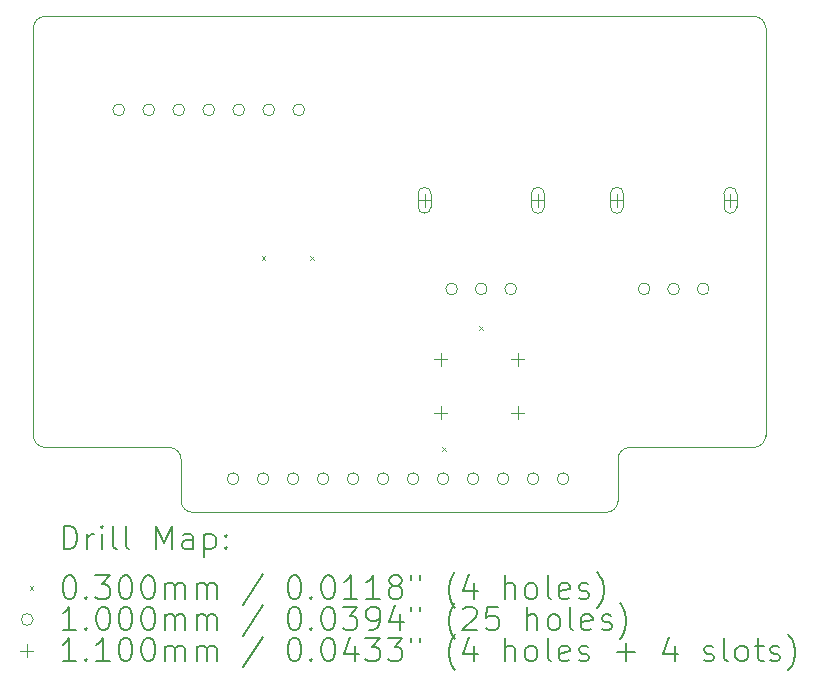
<source format=gbr>
%TF.GenerationSoftware,KiCad,Pcbnew,7.0.10*%
%TF.CreationDate,2024-01-29T09:48:29-06:00*%
%TF.ProjectId,oled_expander,6f6c6564-5f65-4787-9061-6e6465722e6b,1.1*%
%TF.SameCoordinates,Original*%
%TF.FileFunction,Drillmap*%
%TF.FilePolarity,Positive*%
%FSLAX45Y45*%
G04 Gerber Fmt 4.5, Leading zero omitted, Abs format (unit mm)*
G04 Created by KiCad (PCBNEW 7.0.10) date 2024-01-29 09:48:29*
%MOMM*%
%LPD*%
G01*
G04 APERTURE LIST*
%ADD10C,0.050000*%
%ADD11C,0.200000*%
%ADD12C,0.100000*%
%ADD13C,0.110000*%
G04 APERTURE END LIST*
D10*
X10224289Y-8874289D02*
G75*
G03*
X10324289Y-8774289I1J99999D01*
G01*
X10424289Y-8324289D02*
G75*
G03*
X10324289Y-8424289I1J-100001D01*
G01*
X11474289Y-8324289D02*
G75*
G03*
X11574289Y-8224289I1J99999D01*
G01*
X10324289Y-8424289D02*
X10324289Y-8774289D01*
X11474289Y-8324289D02*
X10424289Y-8324289D01*
X6624291Y-8774289D02*
G75*
G03*
X6724289Y-8874289I99999J-1D01*
G01*
X6624291Y-8424289D02*
G75*
G03*
X6524289Y-8324289I-100001J-1D01*
G01*
X5374291Y-8224289D02*
G75*
G03*
X5474289Y-8324289I99999J-1D01*
G01*
X6724289Y-8874289D02*
X6774289Y-8874289D01*
X6624289Y-8424289D02*
X6624289Y-8774289D01*
X5474289Y-8324289D02*
X6524289Y-8324289D01*
X10224289Y-8874289D02*
X6774289Y-8874289D01*
X5474289Y-4674289D02*
X11474289Y-4674289D01*
X5374289Y-8224289D02*
X5374289Y-4774289D01*
X11574291Y-4774289D02*
G75*
G03*
X11474289Y-4674289I-100001J-1D01*
G01*
X5474289Y-4674289D02*
G75*
G03*
X5374289Y-4774289I1J-100001D01*
G01*
X11574289Y-4774289D02*
X11574289Y-8224289D01*
D11*
D12*
X7309289Y-6704289D02*
X7339289Y-6734289D01*
X7339289Y-6704289D02*
X7309289Y-6734289D01*
X7719289Y-6704289D02*
X7749289Y-6734289D01*
X7749289Y-6704289D02*
X7719289Y-6734289D01*
X8834289Y-8324289D02*
X8864289Y-8354289D01*
X8864289Y-8324289D02*
X8834289Y-8354289D01*
X9149289Y-7299289D02*
X9179289Y-7329289D01*
X9179289Y-7299289D02*
X9149289Y-7329289D01*
X6147289Y-5466289D02*
G75*
G03*
X6047289Y-5466289I-50000J0D01*
G01*
X6047289Y-5466289D02*
G75*
G03*
X6147289Y-5466289I50000J0D01*
G01*
X6401289Y-5466289D02*
G75*
G03*
X6301289Y-5466289I-50000J0D01*
G01*
X6301289Y-5466289D02*
G75*
G03*
X6401289Y-5466289I50000J0D01*
G01*
X6655289Y-5466289D02*
G75*
G03*
X6555289Y-5466289I-50000J0D01*
G01*
X6555289Y-5466289D02*
G75*
G03*
X6655289Y-5466289I50000J0D01*
G01*
X6909289Y-5466289D02*
G75*
G03*
X6809289Y-5466289I-50000J0D01*
G01*
X6809289Y-5466289D02*
G75*
G03*
X6909289Y-5466289I50000J0D01*
G01*
X7115289Y-8589289D02*
G75*
G03*
X7015289Y-8589289I-50000J0D01*
G01*
X7015289Y-8589289D02*
G75*
G03*
X7115289Y-8589289I50000J0D01*
G01*
X7163289Y-5466289D02*
G75*
G03*
X7063289Y-5466289I-50000J0D01*
G01*
X7063289Y-5466289D02*
G75*
G03*
X7163289Y-5466289I50000J0D01*
G01*
X7369289Y-8589289D02*
G75*
G03*
X7269289Y-8589289I-50000J0D01*
G01*
X7269289Y-8589289D02*
G75*
G03*
X7369289Y-8589289I50000J0D01*
G01*
X7417289Y-5466289D02*
G75*
G03*
X7317289Y-5466289I-50000J0D01*
G01*
X7317289Y-5466289D02*
G75*
G03*
X7417289Y-5466289I50000J0D01*
G01*
X7623289Y-8589289D02*
G75*
G03*
X7523289Y-8589289I-50000J0D01*
G01*
X7523289Y-8589289D02*
G75*
G03*
X7623289Y-8589289I50000J0D01*
G01*
X7671289Y-5466289D02*
G75*
G03*
X7571289Y-5466289I-50000J0D01*
G01*
X7571289Y-5466289D02*
G75*
G03*
X7671289Y-5466289I50000J0D01*
G01*
X7877289Y-8589289D02*
G75*
G03*
X7777289Y-8589289I-50000J0D01*
G01*
X7777289Y-8589289D02*
G75*
G03*
X7877289Y-8589289I50000J0D01*
G01*
X8131289Y-8589289D02*
G75*
G03*
X8031289Y-8589289I-50000J0D01*
G01*
X8031289Y-8589289D02*
G75*
G03*
X8131289Y-8589289I50000J0D01*
G01*
X8385289Y-8589289D02*
G75*
G03*
X8285289Y-8589289I-50000J0D01*
G01*
X8285289Y-8589289D02*
G75*
G03*
X8385289Y-8589289I50000J0D01*
G01*
X8639289Y-8589289D02*
G75*
G03*
X8539289Y-8589289I-50000J0D01*
G01*
X8539289Y-8589289D02*
G75*
G03*
X8639289Y-8589289I50000J0D01*
G01*
X8893289Y-8589289D02*
G75*
G03*
X8793289Y-8589289I-50000J0D01*
G01*
X8793289Y-8589289D02*
G75*
G03*
X8893289Y-8589289I50000J0D01*
G01*
X8966000Y-6982289D02*
G75*
G03*
X8866000Y-6982289I-50000J0D01*
G01*
X8866000Y-6982289D02*
G75*
G03*
X8966000Y-6982289I50000J0D01*
G01*
X9147289Y-8589289D02*
G75*
G03*
X9047289Y-8589289I-50000J0D01*
G01*
X9047289Y-8589289D02*
G75*
G03*
X9147289Y-8589289I50000J0D01*
G01*
X9216000Y-6982289D02*
G75*
G03*
X9116000Y-6982289I-50000J0D01*
G01*
X9116000Y-6982289D02*
G75*
G03*
X9216000Y-6982289I50000J0D01*
G01*
X9401289Y-8589289D02*
G75*
G03*
X9301289Y-8589289I-50000J0D01*
G01*
X9301289Y-8589289D02*
G75*
G03*
X9401289Y-8589289I50000J0D01*
G01*
X9466000Y-6982289D02*
G75*
G03*
X9366000Y-6982289I-50000J0D01*
G01*
X9366000Y-6982289D02*
G75*
G03*
X9466000Y-6982289I50000J0D01*
G01*
X9655289Y-8589289D02*
G75*
G03*
X9555289Y-8589289I-50000J0D01*
G01*
X9555289Y-8589289D02*
G75*
G03*
X9655289Y-8589289I50000J0D01*
G01*
X9909289Y-8589289D02*
G75*
G03*
X9809289Y-8589289I-50000J0D01*
G01*
X9809289Y-8589289D02*
G75*
G03*
X9909289Y-8589289I50000J0D01*
G01*
X10595289Y-6982289D02*
G75*
G03*
X10495289Y-6982289I-50000J0D01*
G01*
X10495289Y-6982289D02*
G75*
G03*
X10595289Y-6982289I50000J0D01*
G01*
X10845289Y-6982289D02*
G75*
G03*
X10745289Y-6982289I-50000J0D01*
G01*
X10745289Y-6982289D02*
G75*
G03*
X10845289Y-6982289I50000J0D01*
G01*
X11095289Y-6982289D02*
G75*
G03*
X10995289Y-6982289I-50000J0D01*
G01*
X10995289Y-6982289D02*
G75*
G03*
X11095289Y-6982289I50000J0D01*
G01*
D13*
X8686000Y-6177289D02*
X8686000Y-6287289D01*
X8631000Y-6232289D02*
X8741000Y-6232289D01*
D12*
X8741000Y-6287289D02*
X8741000Y-6177289D01*
X8741000Y-6177289D02*
G75*
G03*
X8631000Y-6177289I-55000J0D01*
G01*
X8631000Y-6177289D02*
X8631000Y-6287289D01*
X8631000Y-6287289D02*
G75*
G03*
X8741000Y-6287289I55000J0D01*
G01*
D13*
X8824289Y-7524289D02*
X8824289Y-7634289D01*
X8769289Y-7579289D02*
X8879289Y-7579289D01*
X8824289Y-7974289D02*
X8824289Y-8084289D01*
X8769289Y-8029289D02*
X8879289Y-8029289D01*
X9474289Y-7524289D02*
X9474289Y-7634289D01*
X9419289Y-7579289D02*
X9529289Y-7579289D01*
X9474289Y-7974289D02*
X9474289Y-8084289D01*
X9419289Y-8029289D02*
X9529289Y-8029289D01*
X9646000Y-6177289D02*
X9646000Y-6287289D01*
X9591000Y-6232289D02*
X9701000Y-6232289D01*
D12*
X9701000Y-6287289D02*
X9701000Y-6177289D01*
X9701000Y-6177289D02*
G75*
G03*
X9591000Y-6177289I-55000J0D01*
G01*
X9591000Y-6177289D02*
X9591000Y-6287289D01*
X9591000Y-6287289D02*
G75*
G03*
X9701000Y-6287289I55000J0D01*
G01*
D13*
X10315289Y-6177289D02*
X10315289Y-6287289D01*
X10260289Y-6232289D02*
X10370289Y-6232289D01*
D12*
X10370289Y-6287289D02*
X10370289Y-6177289D01*
X10370289Y-6177289D02*
G75*
G03*
X10260289Y-6177289I-55000J0D01*
G01*
X10260289Y-6177289D02*
X10260289Y-6287289D01*
X10260289Y-6287289D02*
G75*
G03*
X10370289Y-6287289I55000J0D01*
G01*
D13*
X11275289Y-6177289D02*
X11275289Y-6287289D01*
X11220289Y-6232289D02*
X11330289Y-6232289D01*
D12*
X11330289Y-6287289D02*
X11330289Y-6177289D01*
X11330289Y-6177289D02*
G75*
G03*
X11220289Y-6177289I-55000J0D01*
G01*
X11220289Y-6177289D02*
X11220289Y-6287289D01*
X11220289Y-6287289D02*
G75*
G03*
X11330289Y-6287289I55000J0D01*
G01*
D11*
X5632566Y-9188273D02*
X5632566Y-8988273D01*
X5632566Y-8988273D02*
X5680185Y-8988273D01*
X5680185Y-8988273D02*
X5708757Y-8997797D01*
X5708757Y-8997797D02*
X5727804Y-9016845D01*
X5727804Y-9016845D02*
X5737328Y-9035892D01*
X5737328Y-9035892D02*
X5746852Y-9073987D01*
X5746852Y-9073987D02*
X5746852Y-9102559D01*
X5746852Y-9102559D02*
X5737328Y-9140654D01*
X5737328Y-9140654D02*
X5727804Y-9159702D01*
X5727804Y-9159702D02*
X5708757Y-9178749D01*
X5708757Y-9178749D02*
X5680185Y-9188273D01*
X5680185Y-9188273D02*
X5632566Y-9188273D01*
X5832566Y-9188273D02*
X5832566Y-9054940D01*
X5832566Y-9093035D02*
X5842090Y-9073987D01*
X5842090Y-9073987D02*
X5851614Y-9064464D01*
X5851614Y-9064464D02*
X5870661Y-9054940D01*
X5870661Y-9054940D02*
X5889709Y-9054940D01*
X5956376Y-9188273D02*
X5956376Y-9054940D01*
X5956376Y-8988273D02*
X5946852Y-8997797D01*
X5946852Y-8997797D02*
X5956376Y-9007321D01*
X5956376Y-9007321D02*
X5965899Y-8997797D01*
X5965899Y-8997797D02*
X5956376Y-8988273D01*
X5956376Y-8988273D02*
X5956376Y-9007321D01*
X6080185Y-9188273D02*
X6061137Y-9178749D01*
X6061137Y-9178749D02*
X6051614Y-9159702D01*
X6051614Y-9159702D02*
X6051614Y-8988273D01*
X6184947Y-9188273D02*
X6165899Y-9178749D01*
X6165899Y-9178749D02*
X6156376Y-9159702D01*
X6156376Y-9159702D02*
X6156376Y-8988273D01*
X6413518Y-9188273D02*
X6413518Y-8988273D01*
X6413518Y-8988273D02*
X6480185Y-9131130D01*
X6480185Y-9131130D02*
X6546852Y-8988273D01*
X6546852Y-8988273D02*
X6546852Y-9188273D01*
X6727804Y-9188273D02*
X6727804Y-9083511D01*
X6727804Y-9083511D02*
X6718280Y-9064464D01*
X6718280Y-9064464D02*
X6699233Y-9054940D01*
X6699233Y-9054940D02*
X6661137Y-9054940D01*
X6661137Y-9054940D02*
X6642090Y-9064464D01*
X6727804Y-9178749D02*
X6708757Y-9188273D01*
X6708757Y-9188273D02*
X6661137Y-9188273D01*
X6661137Y-9188273D02*
X6642090Y-9178749D01*
X6642090Y-9178749D02*
X6632566Y-9159702D01*
X6632566Y-9159702D02*
X6632566Y-9140654D01*
X6632566Y-9140654D02*
X6642090Y-9121606D01*
X6642090Y-9121606D02*
X6661137Y-9112083D01*
X6661137Y-9112083D02*
X6708757Y-9112083D01*
X6708757Y-9112083D02*
X6727804Y-9102559D01*
X6823042Y-9054940D02*
X6823042Y-9254940D01*
X6823042Y-9064464D02*
X6842090Y-9054940D01*
X6842090Y-9054940D02*
X6880185Y-9054940D01*
X6880185Y-9054940D02*
X6899233Y-9064464D01*
X6899233Y-9064464D02*
X6908757Y-9073987D01*
X6908757Y-9073987D02*
X6918280Y-9093035D01*
X6918280Y-9093035D02*
X6918280Y-9150178D01*
X6918280Y-9150178D02*
X6908757Y-9169225D01*
X6908757Y-9169225D02*
X6899233Y-9178749D01*
X6899233Y-9178749D02*
X6880185Y-9188273D01*
X6880185Y-9188273D02*
X6842090Y-9188273D01*
X6842090Y-9188273D02*
X6823042Y-9178749D01*
X7003995Y-9169225D02*
X7013518Y-9178749D01*
X7013518Y-9178749D02*
X7003995Y-9188273D01*
X7003995Y-9188273D02*
X6994471Y-9178749D01*
X6994471Y-9178749D02*
X7003995Y-9169225D01*
X7003995Y-9169225D02*
X7003995Y-9188273D01*
X7003995Y-9064464D02*
X7013518Y-9073987D01*
X7013518Y-9073987D02*
X7003995Y-9083511D01*
X7003995Y-9083511D02*
X6994471Y-9073987D01*
X6994471Y-9073987D02*
X7003995Y-9064464D01*
X7003995Y-9064464D02*
X7003995Y-9083511D01*
D12*
X5341789Y-9501789D02*
X5371789Y-9531789D01*
X5371789Y-9501789D02*
X5341789Y-9531789D01*
D11*
X5670661Y-9408273D02*
X5689709Y-9408273D01*
X5689709Y-9408273D02*
X5708757Y-9417797D01*
X5708757Y-9417797D02*
X5718280Y-9427321D01*
X5718280Y-9427321D02*
X5727804Y-9446368D01*
X5727804Y-9446368D02*
X5737328Y-9484464D01*
X5737328Y-9484464D02*
X5737328Y-9532083D01*
X5737328Y-9532083D02*
X5727804Y-9570178D01*
X5727804Y-9570178D02*
X5718280Y-9589225D01*
X5718280Y-9589225D02*
X5708757Y-9598749D01*
X5708757Y-9598749D02*
X5689709Y-9608273D01*
X5689709Y-9608273D02*
X5670661Y-9608273D01*
X5670661Y-9608273D02*
X5651614Y-9598749D01*
X5651614Y-9598749D02*
X5642090Y-9589225D01*
X5642090Y-9589225D02*
X5632566Y-9570178D01*
X5632566Y-9570178D02*
X5623042Y-9532083D01*
X5623042Y-9532083D02*
X5623042Y-9484464D01*
X5623042Y-9484464D02*
X5632566Y-9446368D01*
X5632566Y-9446368D02*
X5642090Y-9427321D01*
X5642090Y-9427321D02*
X5651614Y-9417797D01*
X5651614Y-9417797D02*
X5670661Y-9408273D01*
X5823042Y-9589225D02*
X5832566Y-9598749D01*
X5832566Y-9598749D02*
X5823042Y-9608273D01*
X5823042Y-9608273D02*
X5813518Y-9598749D01*
X5813518Y-9598749D02*
X5823042Y-9589225D01*
X5823042Y-9589225D02*
X5823042Y-9608273D01*
X5899233Y-9408273D02*
X6023042Y-9408273D01*
X6023042Y-9408273D02*
X5956376Y-9484464D01*
X5956376Y-9484464D02*
X5984947Y-9484464D01*
X5984947Y-9484464D02*
X6003995Y-9493987D01*
X6003995Y-9493987D02*
X6013518Y-9503511D01*
X6013518Y-9503511D02*
X6023042Y-9522559D01*
X6023042Y-9522559D02*
X6023042Y-9570178D01*
X6023042Y-9570178D02*
X6013518Y-9589225D01*
X6013518Y-9589225D02*
X6003995Y-9598749D01*
X6003995Y-9598749D02*
X5984947Y-9608273D01*
X5984947Y-9608273D02*
X5927804Y-9608273D01*
X5927804Y-9608273D02*
X5908757Y-9598749D01*
X5908757Y-9598749D02*
X5899233Y-9589225D01*
X6146852Y-9408273D02*
X6165899Y-9408273D01*
X6165899Y-9408273D02*
X6184947Y-9417797D01*
X6184947Y-9417797D02*
X6194471Y-9427321D01*
X6194471Y-9427321D02*
X6203995Y-9446368D01*
X6203995Y-9446368D02*
X6213518Y-9484464D01*
X6213518Y-9484464D02*
X6213518Y-9532083D01*
X6213518Y-9532083D02*
X6203995Y-9570178D01*
X6203995Y-9570178D02*
X6194471Y-9589225D01*
X6194471Y-9589225D02*
X6184947Y-9598749D01*
X6184947Y-9598749D02*
X6165899Y-9608273D01*
X6165899Y-9608273D02*
X6146852Y-9608273D01*
X6146852Y-9608273D02*
X6127804Y-9598749D01*
X6127804Y-9598749D02*
X6118280Y-9589225D01*
X6118280Y-9589225D02*
X6108757Y-9570178D01*
X6108757Y-9570178D02*
X6099233Y-9532083D01*
X6099233Y-9532083D02*
X6099233Y-9484464D01*
X6099233Y-9484464D02*
X6108757Y-9446368D01*
X6108757Y-9446368D02*
X6118280Y-9427321D01*
X6118280Y-9427321D02*
X6127804Y-9417797D01*
X6127804Y-9417797D02*
X6146852Y-9408273D01*
X6337328Y-9408273D02*
X6356376Y-9408273D01*
X6356376Y-9408273D02*
X6375423Y-9417797D01*
X6375423Y-9417797D02*
X6384947Y-9427321D01*
X6384947Y-9427321D02*
X6394471Y-9446368D01*
X6394471Y-9446368D02*
X6403995Y-9484464D01*
X6403995Y-9484464D02*
X6403995Y-9532083D01*
X6403995Y-9532083D02*
X6394471Y-9570178D01*
X6394471Y-9570178D02*
X6384947Y-9589225D01*
X6384947Y-9589225D02*
X6375423Y-9598749D01*
X6375423Y-9598749D02*
X6356376Y-9608273D01*
X6356376Y-9608273D02*
X6337328Y-9608273D01*
X6337328Y-9608273D02*
X6318280Y-9598749D01*
X6318280Y-9598749D02*
X6308757Y-9589225D01*
X6308757Y-9589225D02*
X6299233Y-9570178D01*
X6299233Y-9570178D02*
X6289709Y-9532083D01*
X6289709Y-9532083D02*
X6289709Y-9484464D01*
X6289709Y-9484464D02*
X6299233Y-9446368D01*
X6299233Y-9446368D02*
X6308757Y-9427321D01*
X6308757Y-9427321D02*
X6318280Y-9417797D01*
X6318280Y-9417797D02*
X6337328Y-9408273D01*
X6489709Y-9608273D02*
X6489709Y-9474940D01*
X6489709Y-9493987D02*
X6499233Y-9484464D01*
X6499233Y-9484464D02*
X6518280Y-9474940D01*
X6518280Y-9474940D02*
X6546852Y-9474940D01*
X6546852Y-9474940D02*
X6565899Y-9484464D01*
X6565899Y-9484464D02*
X6575423Y-9503511D01*
X6575423Y-9503511D02*
X6575423Y-9608273D01*
X6575423Y-9503511D02*
X6584947Y-9484464D01*
X6584947Y-9484464D02*
X6603995Y-9474940D01*
X6603995Y-9474940D02*
X6632566Y-9474940D01*
X6632566Y-9474940D02*
X6651614Y-9484464D01*
X6651614Y-9484464D02*
X6661138Y-9503511D01*
X6661138Y-9503511D02*
X6661138Y-9608273D01*
X6756376Y-9608273D02*
X6756376Y-9474940D01*
X6756376Y-9493987D02*
X6765899Y-9484464D01*
X6765899Y-9484464D02*
X6784947Y-9474940D01*
X6784947Y-9474940D02*
X6813519Y-9474940D01*
X6813519Y-9474940D02*
X6832566Y-9484464D01*
X6832566Y-9484464D02*
X6842090Y-9503511D01*
X6842090Y-9503511D02*
X6842090Y-9608273D01*
X6842090Y-9503511D02*
X6851614Y-9484464D01*
X6851614Y-9484464D02*
X6870661Y-9474940D01*
X6870661Y-9474940D02*
X6899233Y-9474940D01*
X6899233Y-9474940D02*
X6918280Y-9484464D01*
X6918280Y-9484464D02*
X6927804Y-9503511D01*
X6927804Y-9503511D02*
X6927804Y-9608273D01*
X7318280Y-9398749D02*
X7146852Y-9655892D01*
X7575423Y-9408273D02*
X7594471Y-9408273D01*
X7594471Y-9408273D02*
X7613519Y-9417797D01*
X7613519Y-9417797D02*
X7623042Y-9427321D01*
X7623042Y-9427321D02*
X7632566Y-9446368D01*
X7632566Y-9446368D02*
X7642090Y-9484464D01*
X7642090Y-9484464D02*
X7642090Y-9532083D01*
X7642090Y-9532083D02*
X7632566Y-9570178D01*
X7632566Y-9570178D02*
X7623042Y-9589225D01*
X7623042Y-9589225D02*
X7613519Y-9598749D01*
X7613519Y-9598749D02*
X7594471Y-9608273D01*
X7594471Y-9608273D02*
X7575423Y-9608273D01*
X7575423Y-9608273D02*
X7556376Y-9598749D01*
X7556376Y-9598749D02*
X7546852Y-9589225D01*
X7546852Y-9589225D02*
X7537328Y-9570178D01*
X7537328Y-9570178D02*
X7527804Y-9532083D01*
X7527804Y-9532083D02*
X7527804Y-9484464D01*
X7527804Y-9484464D02*
X7537328Y-9446368D01*
X7537328Y-9446368D02*
X7546852Y-9427321D01*
X7546852Y-9427321D02*
X7556376Y-9417797D01*
X7556376Y-9417797D02*
X7575423Y-9408273D01*
X7727804Y-9589225D02*
X7737328Y-9598749D01*
X7737328Y-9598749D02*
X7727804Y-9608273D01*
X7727804Y-9608273D02*
X7718281Y-9598749D01*
X7718281Y-9598749D02*
X7727804Y-9589225D01*
X7727804Y-9589225D02*
X7727804Y-9608273D01*
X7861138Y-9408273D02*
X7880185Y-9408273D01*
X7880185Y-9408273D02*
X7899233Y-9417797D01*
X7899233Y-9417797D02*
X7908757Y-9427321D01*
X7908757Y-9427321D02*
X7918281Y-9446368D01*
X7918281Y-9446368D02*
X7927804Y-9484464D01*
X7927804Y-9484464D02*
X7927804Y-9532083D01*
X7927804Y-9532083D02*
X7918281Y-9570178D01*
X7918281Y-9570178D02*
X7908757Y-9589225D01*
X7908757Y-9589225D02*
X7899233Y-9598749D01*
X7899233Y-9598749D02*
X7880185Y-9608273D01*
X7880185Y-9608273D02*
X7861138Y-9608273D01*
X7861138Y-9608273D02*
X7842090Y-9598749D01*
X7842090Y-9598749D02*
X7832566Y-9589225D01*
X7832566Y-9589225D02*
X7823042Y-9570178D01*
X7823042Y-9570178D02*
X7813519Y-9532083D01*
X7813519Y-9532083D02*
X7813519Y-9484464D01*
X7813519Y-9484464D02*
X7823042Y-9446368D01*
X7823042Y-9446368D02*
X7832566Y-9427321D01*
X7832566Y-9427321D02*
X7842090Y-9417797D01*
X7842090Y-9417797D02*
X7861138Y-9408273D01*
X8118281Y-9608273D02*
X8003995Y-9608273D01*
X8061138Y-9608273D02*
X8061138Y-9408273D01*
X8061138Y-9408273D02*
X8042090Y-9436845D01*
X8042090Y-9436845D02*
X8023042Y-9455892D01*
X8023042Y-9455892D02*
X8003995Y-9465416D01*
X8308757Y-9608273D02*
X8194471Y-9608273D01*
X8251614Y-9608273D02*
X8251614Y-9408273D01*
X8251614Y-9408273D02*
X8232566Y-9436845D01*
X8232566Y-9436845D02*
X8213519Y-9455892D01*
X8213519Y-9455892D02*
X8194471Y-9465416D01*
X8423043Y-9493987D02*
X8403995Y-9484464D01*
X8403995Y-9484464D02*
X8394471Y-9474940D01*
X8394471Y-9474940D02*
X8384947Y-9455892D01*
X8384947Y-9455892D02*
X8384947Y-9446368D01*
X8384947Y-9446368D02*
X8394471Y-9427321D01*
X8394471Y-9427321D02*
X8403995Y-9417797D01*
X8403995Y-9417797D02*
X8423043Y-9408273D01*
X8423043Y-9408273D02*
X8461138Y-9408273D01*
X8461138Y-9408273D02*
X8480185Y-9417797D01*
X8480185Y-9417797D02*
X8489709Y-9427321D01*
X8489709Y-9427321D02*
X8499233Y-9446368D01*
X8499233Y-9446368D02*
X8499233Y-9455892D01*
X8499233Y-9455892D02*
X8489709Y-9474940D01*
X8489709Y-9474940D02*
X8480185Y-9484464D01*
X8480185Y-9484464D02*
X8461138Y-9493987D01*
X8461138Y-9493987D02*
X8423043Y-9493987D01*
X8423043Y-9493987D02*
X8403995Y-9503511D01*
X8403995Y-9503511D02*
X8394471Y-9513035D01*
X8394471Y-9513035D02*
X8384947Y-9532083D01*
X8384947Y-9532083D02*
X8384947Y-9570178D01*
X8384947Y-9570178D02*
X8394471Y-9589225D01*
X8394471Y-9589225D02*
X8403995Y-9598749D01*
X8403995Y-9598749D02*
X8423043Y-9608273D01*
X8423043Y-9608273D02*
X8461138Y-9608273D01*
X8461138Y-9608273D02*
X8480185Y-9598749D01*
X8480185Y-9598749D02*
X8489709Y-9589225D01*
X8489709Y-9589225D02*
X8499233Y-9570178D01*
X8499233Y-9570178D02*
X8499233Y-9532083D01*
X8499233Y-9532083D02*
X8489709Y-9513035D01*
X8489709Y-9513035D02*
X8480185Y-9503511D01*
X8480185Y-9503511D02*
X8461138Y-9493987D01*
X8575424Y-9408273D02*
X8575424Y-9446368D01*
X8651614Y-9408273D02*
X8651614Y-9446368D01*
X8946852Y-9684464D02*
X8937328Y-9674940D01*
X8937328Y-9674940D02*
X8918281Y-9646368D01*
X8918281Y-9646368D02*
X8908757Y-9627321D01*
X8908757Y-9627321D02*
X8899233Y-9598749D01*
X8899233Y-9598749D02*
X8889709Y-9551130D01*
X8889709Y-9551130D02*
X8889709Y-9513035D01*
X8889709Y-9513035D02*
X8899233Y-9465416D01*
X8899233Y-9465416D02*
X8908757Y-9436845D01*
X8908757Y-9436845D02*
X8918281Y-9417797D01*
X8918281Y-9417797D02*
X8937328Y-9389225D01*
X8937328Y-9389225D02*
X8946852Y-9379702D01*
X9108757Y-9474940D02*
X9108757Y-9608273D01*
X9061138Y-9398749D02*
X9013519Y-9541606D01*
X9013519Y-9541606D02*
X9137328Y-9541606D01*
X9365900Y-9608273D02*
X9365900Y-9408273D01*
X9451614Y-9608273D02*
X9451614Y-9503511D01*
X9451614Y-9503511D02*
X9442090Y-9484464D01*
X9442090Y-9484464D02*
X9423043Y-9474940D01*
X9423043Y-9474940D02*
X9394471Y-9474940D01*
X9394471Y-9474940D02*
X9375424Y-9484464D01*
X9375424Y-9484464D02*
X9365900Y-9493987D01*
X9575424Y-9608273D02*
X9556376Y-9598749D01*
X9556376Y-9598749D02*
X9546852Y-9589225D01*
X9546852Y-9589225D02*
X9537328Y-9570178D01*
X9537328Y-9570178D02*
X9537328Y-9513035D01*
X9537328Y-9513035D02*
X9546852Y-9493987D01*
X9546852Y-9493987D02*
X9556376Y-9484464D01*
X9556376Y-9484464D02*
X9575424Y-9474940D01*
X9575424Y-9474940D02*
X9603995Y-9474940D01*
X9603995Y-9474940D02*
X9623043Y-9484464D01*
X9623043Y-9484464D02*
X9632567Y-9493987D01*
X9632567Y-9493987D02*
X9642090Y-9513035D01*
X9642090Y-9513035D02*
X9642090Y-9570178D01*
X9642090Y-9570178D02*
X9632567Y-9589225D01*
X9632567Y-9589225D02*
X9623043Y-9598749D01*
X9623043Y-9598749D02*
X9603995Y-9608273D01*
X9603995Y-9608273D02*
X9575424Y-9608273D01*
X9756376Y-9608273D02*
X9737328Y-9598749D01*
X9737328Y-9598749D02*
X9727805Y-9579702D01*
X9727805Y-9579702D02*
X9727805Y-9408273D01*
X9908757Y-9598749D02*
X9889709Y-9608273D01*
X9889709Y-9608273D02*
X9851614Y-9608273D01*
X9851614Y-9608273D02*
X9832567Y-9598749D01*
X9832567Y-9598749D02*
X9823043Y-9579702D01*
X9823043Y-9579702D02*
X9823043Y-9503511D01*
X9823043Y-9503511D02*
X9832567Y-9484464D01*
X9832567Y-9484464D02*
X9851614Y-9474940D01*
X9851614Y-9474940D02*
X9889709Y-9474940D01*
X9889709Y-9474940D02*
X9908757Y-9484464D01*
X9908757Y-9484464D02*
X9918281Y-9503511D01*
X9918281Y-9503511D02*
X9918281Y-9522559D01*
X9918281Y-9522559D02*
X9823043Y-9541606D01*
X9994471Y-9598749D02*
X10013519Y-9608273D01*
X10013519Y-9608273D02*
X10051614Y-9608273D01*
X10051614Y-9608273D02*
X10070662Y-9598749D01*
X10070662Y-9598749D02*
X10080186Y-9579702D01*
X10080186Y-9579702D02*
X10080186Y-9570178D01*
X10080186Y-9570178D02*
X10070662Y-9551130D01*
X10070662Y-9551130D02*
X10051614Y-9541606D01*
X10051614Y-9541606D02*
X10023043Y-9541606D01*
X10023043Y-9541606D02*
X10003995Y-9532083D01*
X10003995Y-9532083D02*
X9994471Y-9513035D01*
X9994471Y-9513035D02*
X9994471Y-9503511D01*
X9994471Y-9503511D02*
X10003995Y-9484464D01*
X10003995Y-9484464D02*
X10023043Y-9474940D01*
X10023043Y-9474940D02*
X10051614Y-9474940D01*
X10051614Y-9474940D02*
X10070662Y-9484464D01*
X10146852Y-9684464D02*
X10156376Y-9674940D01*
X10156376Y-9674940D02*
X10175424Y-9646368D01*
X10175424Y-9646368D02*
X10184948Y-9627321D01*
X10184948Y-9627321D02*
X10194471Y-9598749D01*
X10194471Y-9598749D02*
X10203995Y-9551130D01*
X10203995Y-9551130D02*
X10203995Y-9513035D01*
X10203995Y-9513035D02*
X10194471Y-9465416D01*
X10194471Y-9465416D02*
X10184948Y-9436845D01*
X10184948Y-9436845D02*
X10175424Y-9417797D01*
X10175424Y-9417797D02*
X10156376Y-9389225D01*
X10156376Y-9389225D02*
X10146852Y-9379702D01*
D12*
X5371789Y-9780789D02*
G75*
G03*
X5271789Y-9780789I-50000J0D01*
G01*
X5271789Y-9780789D02*
G75*
G03*
X5371789Y-9780789I50000J0D01*
G01*
D11*
X5737328Y-9872273D02*
X5623042Y-9872273D01*
X5680185Y-9872273D02*
X5680185Y-9672273D01*
X5680185Y-9672273D02*
X5661137Y-9700845D01*
X5661137Y-9700845D02*
X5642090Y-9719892D01*
X5642090Y-9719892D02*
X5623042Y-9729416D01*
X5823042Y-9853225D02*
X5832566Y-9862749D01*
X5832566Y-9862749D02*
X5823042Y-9872273D01*
X5823042Y-9872273D02*
X5813518Y-9862749D01*
X5813518Y-9862749D02*
X5823042Y-9853225D01*
X5823042Y-9853225D02*
X5823042Y-9872273D01*
X5956376Y-9672273D02*
X5975423Y-9672273D01*
X5975423Y-9672273D02*
X5994471Y-9681797D01*
X5994471Y-9681797D02*
X6003995Y-9691321D01*
X6003995Y-9691321D02*
X6013518Y-9710368D01*
X6013518Y-9710368D02*
X6023042Y-9748464D01*
X6023042Y-9748464D02*
X6023042Y-9796083D01*
X6023042Y-9796083D02*
X6013518Y-9834178D01*
X6013518Y-9834178D02*
X6003995Y-9853225D01*
X6003995Y-9853225D02*
X5994471Y-9862749D01*
X5994471Y-9862749D02*
X5975423Y-9872273D01*
X5975423Y-9872273D02*
X5956376Y-9872273D01*
X5956376Y-9872273D02*
X5937328Y-9862749D01*
X5937328Y-9862749D02*
X5927804Y-9853225D01*
X5927804Y-9853225D02*
X5918280Y-9834178D01*
X5918280Y-9834178D02*
X5908757Y-9796083D01*
X5908757Y-9796083D02*
X5908757Y-9748464D01*
X5908757Y-9748464D02*
X5918280Y-9710368D01*
X5918280Y-9710368D02*
X5927804Y-9691321D01*
X5927804Y-9691321D02*
X5937328Y-9681797D01*
X5937328Y-9681797D02*
X5956376Y-9672273D01*
X6146852Y-9672273D02*
X6165899Y-9672273D01*
X6165899Y-9672273D02*
X6184947Y-9681797D01*
X6184947Y-9681797D02*
X6194471Y-9691321D01*
X6194471Y-9691321D02*
X6203995Y-9710368D01*
X6203995Y-9710368D02*
X6213518Y-9748464D01*
X6213518Y-9748464D02*
X6213518Y-9796083D01*
X6213518Y-9796083D02*
X6203995Y-9834178D01*
X6203995Y-9834178D02*
X6194471Y-9853225D01*
X6194471Y-9853225D02*
X6184947Y-9862749D01*
X6184947Y-9862749D02*
X6165899Y-9872273D01*
X6165899Y-9872273D02*
X6146852Y-9872273D01*
X6146852Y-9872273D02*
X6127804Y-9862749D01*
X6127804Y-9862749D02*
X6118280Y-9853225D01*
X6118280Y-9853225D02*
X6108757Y-9834178D01*
X6108757Y-9834178D02*
X6099233Y-9796083D01*
X6099233Y-9796083D02*
X6099233Y-9748464D01*
X6099233Y-9748464D02*
X6108757Y-9710368D01*
X6108757Y-9710368D02*
X6118280Y-9691321D01*
X6118280Y-9691321D02*
X6127804Y-9681797D01*
X6127804Y-9681797D02*
X6146852Y-9672273D01*
X6337328Y-9672273D02*
X6356376Y-9672273D01*
X6356376Y-9672273D02*
X6375423Y-9681797D01*
X6375423Y-9681797D02*
X6384947Y-9691321D01*
X6384947Y-9691321D02*
X6394471Y-9710368D01*
X6394471Y-9710368D02*
X6403995Y-9748464D01*
X6403995Y-9748464D02*
X6403995Y-9796083D01*
X6403995Y-9796083D02*
X6394471Y-9834178D01*
X6394471Y-9834178D02*
X6384947Y-9853225D01*
X6384947Y-9853225D02*
X6375423Y-9862749D01*
X6375423Y-9862749D02*
X6356376Y-9872273D01*
X6356376Y-9872273D02*
X6337328Y-9872273D01*
X6337328Y-9872273D02*
X6318280Y-9862749D01*
X6318280Y-9862749D02*
X6308757Y-9853225D01*
X6308757Y-9853225D02*
X6299233Y-9834178D01*
X6299233Y-9834178D02*
X6289709Y-9796083D01*
X6289709Y-9796083D02*
X6289709Y-9748464D01*
X6289709Y-9748464D02*
X6299233Y-9710368D01*
X6299233Y-9710368D02*
X6308757Y-9691321D01*
X6308757Y-9691321D02*
X6318280Y-9681797D01*
X6318280Y-9681797D02*
X6337328Y-9672273D01*
X6489709Y-9872273D02*
X6489709Y-9738940D01*
X6489709Y-9757987D02*
X6499233Y-9748464D01*
X6499233Y-9748464D02*
X6518280Y-9738940D01*
X6518280Y-9738940D02*
X6546852Y-9738940D01*
X6546852Y-9738940D02*
X6565899Y-9748464D01*
X6565899Y-9748464D02*
X6575423Y-9767511D01*
X6575423Y-9767511D02*
X6575423Y-9872273D01*
X6575423Y-9767511D02*
X6584947Y-9748464D01*
X6584947Y-9748464D02*
X6603995Y-9738940D01*
X6603995Y-9738940D02*
X6632566Y-9738940D01*
X6632566Y-9738940D02*
X6651614Y-9748464D01*
X6651614Y-9748464D02*
X6661138Y-9767511D01*
X6661138Y-9767511D02*
X6661138Y-9872273D01*
X6756376Y-9872273D02*
X6756376Y-9738940D01*
X6756376Y-9757987D02*
X6765899Y-9748464D01*
X6765899Y-9748464D02*
X6784947Y-9738940D01*
X6784947Y-9738940D02*
X6813519Y-9738940D01*
X6813519Y-9738940D02*
X6832566Y-9748464D01*
X6832566Y-9748464D02*
X6842090Y-9767511D01*
X6842090Y-9767511D02*
X6842090Y-9872273D01*
X6842090Y-9767511D02*
X6851614Y-9748464D01*
X6851614Y-9748464D02*
X6870661Y-9738940D01*
X6870661Y-9738940D02*
X6899233Y-9738940D01*
X6899233Y-9738940D02*
X6918280Y-9748464D01*
X6918280Y-9748464D02*
X6927804Y-9767511D01*
X6927804Y-9767511D02*
X6927804Y-9872273D01*
X7318280Y-9662749D02*
X7146852Y-9919892D01*
X7575423Y-9672273D02*
X7594471Y-9672273D01*
X7594471Y-9672273D02*
X7613519Y-9681797D01*
X7613519Y-9681797D02*
X7623042Y-9691321D01*
X7623042Y-9691321D02*
X7632566Y-9710368D01*
X7632566Y-9710368D02*
X7642090Y-9748464D01*
X7642090Y-9748464D02*
X7642090Y-9796083D01*
X7642090Y-9796083D02*
X7632566Y-9834178D01*
X7632566Y-9834178D02*
X7623042Y-9853225D01*
X7623042Y-9853225D02*
X7613519Y-9862749D01*
X7613519Y-9862749D02*
X7594471Y-9872273D01*
X7594471Y-9872273D02*
X7575423Y-9872273D01*
X7575423Y-9872273D02*
X7556376Y-9862749D01*
X7556376Y-9862749D02*
X7546852Y-9853225D01*
X7546852Y-9853225D02*
X7537328Y-9834178D01*
X7537328Y-9834178D02*
X7527804Y-9796083D01*
X7527804Y-9796083D02*
X7527804Y-9748464D01*
X7527804Y-9748464D02*
X7537328Y-9710368D01*
X7537328Y-9710368D02*
X7546852Y-9691321D01*
X7546852Y-9691321D02*
X7556376Y-9681797D01*
X7556376Y-9681797D02*
X7575423Y-9672273D01*
X7727804Y-9853225D02*
X7737328Y-9862749D01*
X7737328Y-9862749D02*
X7727804Y-9872273D01*
X7727804Y-9872273D02*
X7718281Y-9862749D01*
X7718281Y-9862749D02*
X7727804Y-9853225D01*
X7727804Y-9853225D02*
X7727804Y-9872273D01*
X7861138Y-9672273D02*
X7880185Y-9672273D01*
X7880185Y-9672273D02*
X7899233Y-9681797D01*
X7899233Y-9681797D02*
X7908757Y-9691321D01*
X7908757Y-9691321D02*
X7918281Y-9710368D01*
X7918281Y-9710368D02*
X7927804Y-9748464D01*
X7927804Y-9748464D02*
X7927804Y-9796083D01*
X7927804Y-9796083D02*
X7918281Y-9834178D01*
X7918281Y-9834178D02*
X7908757Y-9853225D01*
X7908757Y-9853225D02*
X7899233Y-9862749D01*
X7899233Y-9862749D02*
X7880185Y-9872273D01*
X7880185Y-9872273D02*
X7861138Y-9872273D01*
X7861138Y-9872273D02*
X7842090Y-9862749D01*
X7842090Y-9862749D02*
X7832566Y-9853225D01*
X7832566Y-9853225D02*
X7823042Y-9834178D01*
X7823042Y-9834178D02*
X7813519Y-9796083D01*
X7813519Y-9796083D02*
X7813519Y-9748464D01*
X7813519Y-9748464D02*
X7823042Y-9710368D01*
X7823042Y-9710368D02*
X7832566Y-9691321D01*
X7832566Y-9691321D02*
X7842090Y-9681797D01*
X7842090Y-9681797D02*
X7861138Y-9672273D01*
X7994471Y-9672273D02*
X8118281Y-9672273D01*
X8118281Y-9672273D02*
X8051614Y-9748464D01*
X8051614Y-9748464D02*
X8080185Y-9748464D01*
X8080185Y-9748464D02*
X8099233Y-9757987D01*
X8099233Y-9757987D02*
X8108757Y-9767511D01*
X8108757Y-9767511D02*
X8118281Y-9786559D01*
X8118281Y-9786559D02*
X8118281Y-9834178D01*
X8118281Y-9834178D02*
X8108757Y-9853225D01*
X8108757Y-9853225D02*
X8099233Y-9862749D01*
X8099233Y-9862749D02*
X8080185Y-9872273D01*
X8080185Y-9872273D02*
X8023042Y-9872273D01*
X8023042Y-9872273D02*
X8003995Y-9862749D01*
X8003995Y-9862749D02*
X7994471Y-9853225D01*
X8213519Y-9872273D02*
X8251614Y-9872273D01*
X8251614Y-9872273D02*
X8270662Y-9862749D01*
X8270662Y-9862749D02*
X8280185Y-9853225D01*
X8280185Y-9853225D02*
X8299233Y-9824654D01*
X8299233Y-9824654D02*
X8308757Y-9786559D01*
X8308757Y-9786559D02*
X8308757Y-9710368D01*
X8308757Y-9710368D02*
X8299233Y-9691321D01*
X8299233Y-9691321D02*
X8289709Y-9681797D01*
X8289709Y-9681797D02*
X8270662Y-9672273D01*
X8270662Y-9672273D02*
X8232566Y-9672273D01*
X8232566Y-9672273D02*
X8213519Y-9681797D01*
X8213519Y-9681797D02*
X8203995Y-9691321D01*
X8203995Y-9691321D02*
X8194471Y-9710368D01*
X8194471Y-9710368D02*
X8194471Y-9757987D01*
X8194471Y-9757987D02*
X8203995Y-9777035D01*
X8203995Y-9777035D02*
X8213519Y-9786559D01*
X8213519Y-9786559D02*
X8232566Y-9796083D01*
X8232566Y-9796083D02*
X8270662Y-9796083D01*
X8270662Y-9796083D02*
X8289709Y-9786559D01*
X8289709Y-9786559D02*
X8299233Y-9777035D01*
X8299233Y-9777035D02*
X8308757Y-9757987D01*
X8480185Y-9738940D02*
X8480185Y-9872273D01*
X8432566Y-9662749D02*
X8384947Y-9805606D01*
X8384947Y-9805606D02*
X8508757Y-9805606D01*
X8575424Y-9672273D02*
X8575424Y-9710368D01*
X8651614Y-9672273D02*
X8651614Y-9710368D01*
X8946852Y-9948464D02*
X8937328Y-9938940D01*
X8937328Y-9938940D02*
X8918281Y-9910368D01*
X8918281Y-9910368D02*
X8908757Y-9891321D01*
X8908757Y-9891321D02*
X8899233Y-9862749D01*
X8899233Y-9862749D02*
X8889709Y-9815130D01*
X8889709Y-9815130D02*
X8889709Y-9777035D01*
X8889709Y-9777035D02*
X8899233Y-9729416D01*
X8899233Y-9729416D02*
X8908757Y-9700845D01*
X8908757Y-9700845D02*
X8918281Y-9681797D01*
X8918281Y-9681797D02*
X8937328Y-9653225D01*
X8937328Y-9653225D02*
X8946852Y-9643702D01*
X9013519Y-9691321D02*
X9023043Y-9681797D01*
X9023043Y-9681797D02*
X9042090Y-9672273D01*
X9042090Y-9672273D02*
X9089709Y-9672273D01*
X9089709Y-9672273D02*
X9108757Y-9681797D01*
X9108757Y-9681797D02*
X9118281Y-9691321D01*
X9118281Y-9691321D02*
X9127805Y-9710368D01*
X9127805Y-9710368D02*
X9127805Y-9729416D01*
X9127805Y-9729416D02*
X9118281Y-9757987D01*
X9118281Y-9757987D02*
X9003995Y-9872273D01*
X9003995Y-9872273D02*
X9127805Y-9872273D01*
X9308757Y-9672273D02*
X9213519Y-9672273D01*
X9213519Y-9672273D02*
X9203995Y-9767511D01*
X9203995Y-9767511D02*
X9213519Y-9757987D01*
X9213519Y-9757987D02*
X9232566Y-9748464D01*
X9232566Y-9748464D02*
X9280186Y-9748464D01*
X9280186Y-9748464D02*
X9299233Y-9757987D01*
X9299233Y-9757987D02*
X9308757Y-9767511D01*
X9308757Y-9767511D02*
X9318281Y-9786559D01*
X9318281Y-9786559D02*
X9318281Y-9834178D01*
X9318281Y-9834178D02*
X9308757Y-9853225D01*
X9308757Y-9853225D02*
X9299233Y-9862749D01*
X9299233Y-9862749D02*
X9280186Y-9872273D01*
X9280186Y-9872273D02*
X9232566Y-9872273D01*
X9232566Y-9872273D02*
X9213519Y-9862749D01*
X9213519Y-9862749D02*
X9203995Y-9853225D01*
X9556376Y-9872273D02*
X9556376Y-9672273D01*
X9642090Y-9872273D02*
X9642090Y-9767511D01*
X9642090Y-9767511D02*
X9632567Y-9748464D01*
X9632567Y-9748464D02*
X9613519Y-9738940D01*
X9613519Y-9738940D02*
X9584947Y-9738940D01*
X9584947Y-9738940D02*
X9565900Y-9748464D01*
X9565900Y-9748464D02*
X9556376Y-9757987D01*
X9765900Y-9872273D02*
X9746852Y-9862749D01*
X9746852Y-9862749D02*
X9737328Y-9853225D01*
X9737328Y-9853225D02*
X9727805Y-9834178D01*
X9727805Y-9834178D02*
X9727805Y-9777035D01*
X9727805Y-9777035D02*
X9737328Y-9757987D01*
X9737328Y-9757987D02*
X9746852Y-9748464D01*
X9746852Y-9748464D02*
X9765900Y-9738940D01*
X9765900Y-9738940D02*
X9794471Y-9738940D01*
X9794471Y-9738940D02*
X9813519Y-9748464D01*
X9813519Y-9748464D02*
X9823043Y-9757987D01*
X9823043Y-9757987D02*
X9832567Y-9777035D01*
X9832567Y-9777035D02*
X9832567Y-9834178D01*
X9832567Y-9834178D02*
X9823043Y-9853225D01*
X9823043Y-9853225D02*
X9813519Y-9862749D01*
X9813519Y-9862749D02*
X9794471Y-9872273D01*
X9794471Y-9872273D02*
X9765900Y-9872273D01*
X9946852Y-9872273D02*
X9927805Y-9862749D01*
X9927805Y-9862749D02*
X9918281Y-9843702D01*
X9918281Y-9843702D02*
X9918281Y-9672273D01*
X10099233Y-9862749D02*
X10080186Y-9872273D01*
X10080186Y-9872273D02*
X10042090Y-9872273D01*
X10042090Y-9872273D02*
X10023043Y-9862749D01*
X10023043Y-9862749D02*
X10013519Y-9843702D01*
X10013519Y-9843702D02*
X10013519Y-9767511D01*
X10013519Y-9767511D02*
X10023043Y-9748464D01*
X10023043Y-9748464D02*
X10042090Y-9738940D01*
X10042090Y-9738940D02*
X10080186Y-9738940D01*
X10080186Y-9738940D02*
X10099233Y-9748464D01*
X10099233Y-9748464D02*
X10108757Y-9767511D01*
X10108757Y-9767511D02*
X10108757Y-9786559D01*
X10108757Y-9786559D02*
X10013519Y-9805606D01*
X10184948Y-9862749D02*
X10203995Y-9872273D01*
X10203995Y-9872273D02*
X10242090Y-9872273D01*
X10242090Y-9872273D02*
X10261138Y-9862749D01*
X10261138Y-9862749D02*
X10270662Y-9843702D01*
X10270662Y-9843702D02*
X10270662Y-9834178D01*
X10270662Y-9834178D02*
X10261138Y-9815130D01*
X10261138Y-9815130D02*
X10242090Y-9805606D01*
X10242090Y-9805606D02*
X10213519Y-9805606D01*
X10213519Y-9805606D02*
X10194471Y-9796083D01*
X10194471Y-9796083D02*
X10184948Y-9777035D01*
X10184948Y-9777035D02*
X10184948Y-9767511D01*
X10184948Y-9767511D02*
X10194471Y-9748464D01*
X10194471Y-9748464D02*
X10213519Y-9738940D01*
X10213519Y-9738940D02*
X10242090Y-9738940D01*
X10242090Y-9738940D02*
X10261138Y-9748464D01*
X10337329Y-9948464D02*
X10346852Y-9938940D01*
X10346852Y-9938940D02*
X10365900Y-9910368D01*
X10365900Y-9910368D02*
X10375424Y-9891321D01*
X10375424Y-9891321D02*
X10384948Y-9862749D01*
X10384948Y-9862749D02*
X10394471Y-9815130D01*
X10394471Y-9815130D02*
X10394471Y-9777035D01*
X10394471Y-9777035D02*
X10384948Y-9729416D01*
X10384948Y-9729416D02*
X10375424Y-9700845D01*
X10375424Y-9700845D02*
X10365900Y-9681797D01*
X10365900Y-9681797D02*
X10346852Y-9653225D01*
X10346852Y-9653225D02*
X10337329Y-9643702D01*
D13*
X5316789Y-9989789D02*
X5316789Y-10099789D01*
X5261789Y-10044789D02*
X5371789Y-10044789D01*
D11*
X5737328Y-10136273D02*
X5623042Y-10136273D01*
X5680185Y-10136273D02*
X5680185Y-9936273D01*
X5680185Y-9936273D02*
X5661137Y-9964845D01*
X5661137Y-9964845D02*
X5642090Y-9983892D01*
X5642090Y-9983892D02*
X5623042Y-9993416D01*
X5823042Y-10117225D02*
X5832566Y-10126749D01*
X5832566Y-10126749D02*
X5823042Y-10136273D01*
X5823042Y-10136273D02*
X5813518Y-10126749D01*
X5813518Y-10126749D02*
X5823042Y-10117225D01*
X5823042Y-10117225D02*
X5823042Y-10136273D01*
X6023042Y-10136273D02*
X5908757Y-10136273D01*
X5965899Y-10136273D02*
X5965899Y-9936273D01*
X5965899Y-9936273D02*
X5946852Y-9964845D01*
X5946852Y-9964845D02*
X5927804Y-9983892D01*
X5927804Y-9983892D02*
X5908757Y-9993416D01*
X6146852Y-9936273D02*
X6165899Y-9936273D01*
X6165899Y-9936273D02*
X6184947Y-9945797D01*
X6184947Y-9945797D02*
X6194471Y-9955321D01*
X6194471Y-9955321D02*
X6203995Y-9974368D01*
X6203995Y-9974368D02*
X6213518Y-10012464D01*
X6213518Y-10012464D02*
X6213518Y-10060083D01*
X6213518Y-10060083D02*
X6203995Y-10098178D01*
X6203995Y-10098178D02*
X6194471Y-10117225D01*
X6194471Y-10117225D02*
X6184947Y-10126749D01*
X6184947Y-10126749D02*
X6165899Y-10136273D01*
X6165899Y-10136273D02*
X6146852Y-10136273D01*
X6146852Y-10136273D02*
X6127804Y-10126749D01*
X6127804Y-10126749D02*
X6118280Y-10117225D01*
X6118280Y-10117225D02*
X6108757Y-10098178D01*
X6108757Y-10098178D02*
X6099233Y-10060083D01*
X6099233Y-10060083D02*
X6099233Y-10012464D01*
X6099233Y-10012464D02*
X6108757Y-9974368D01*
X6108757Y-9974368D02*
X6118280Y-9955321D01*
X6118280Y-9955321D02*
X6127804Y-9945797D01*
X6127804Y-9945797D02*
X6146852Y-9936273D01*
X6337328Y-9936273D02*
X6356376Y-9936273D01*
X6356376Y-9936273D02*
X6375423Y-9945797D01*
X6375423Y-9945797D02*
X6384947Y-9955321D01*
X6384947Y-9955321D02*
X6394471Y-9974368D01*
X6394471Y-9974368D02*
X6403995Y-10012464D01*
X6403995Y-10012464D02*
X6403995Y-10060083D01*
X6403995Y-10060083D02*
X6394471Y-10098178D01*
X6394471Y-10098178D02*
X6384947Y-10117225D01*
X6384947Y-10117225D02*
X6375423Y-10126749D01*
X6375423Y-10126749D02*
X6356376Y-10136273D01*
X6356376Y-10136273D02*
X6337328Y-10136273D01*
X6337328Y-10136273D02*
X6318280Y-10126749D01*
X6318280Y-10126749D02*
X6308757Y-10117225D01*
X6308757Y-10117225D02*
X6299233Y-10098178D01*
X6299233Y-10098178D02*
X6289709Y-10060083D01*
X6289709Y-10060083D02*
X6289709Y-10012464D01*
X6289709Y-10012464D02*
X6299233Y-9974368D01*
X6299233Y-9974368D02*
X6308757Y-9955321D01*
X6308757Y-9955321D02*
X6318280Y-9945797D01*
X6318280Y-9945797D02*
X6337328Y-9936273D01*
X6489709Y-10136273D02*
X6489709Y-10002940D01*
X6489709Y-10021987D02*
X6499233Y-10012464D01*
X6499233Y-10012464D02*
X6518280Y-10002940D01*
X6518280Y-10002940D02*
X6546852Y-10002940D01*
X6546852Y-10002940D02*
X6565899Y-10012464D01*
X6565899Y-10012464D02*
X6575423Y-10031511D01*
X6575423Y-10031511D02*
X6575423Y-10136273D01*
X6575423Y-10031511D02*
X6584947Y-10012464D01*
X6584947Y-10012464D02*
X6603995Y-10002940D01*
X6603995Y-10002940D02*
X6632566Y-10002940D01*
X6632566Y-10002940D02*
X6651614Y-10012464D01*
X6651614Y-10012464D02*
X6661138Y-10031511D01*
X6661138Y-10031511D02*
X6661138Y-10136273D01*
X6756376Y-10136273D02*
X6756376Y-10002940D01*
X6756376Y-10021987D02*
X6765899Y-10012464D01*
X6765899Y-10012464D02*
X6784947Y-10002940D01*
X6784947Y-10002940D02*
X6813519Y-10002940D01*
X6813519Y-10002940D02*
X6832566Y-10012464D01*
X6832566Y-10012464D02*
X6842090Y-10031511D01*
X6842090Y-10031511D02*
X6842090Y-10136273D01*
X6842090Y-10031511D02*
X6851614Y-10012464D01*
X6851614Y-10012464D02*
X6870661Y-10002940D01*
X6870661Y-10002940D02*
X6899233Y-10002940D01*
X6899233Y-10002940D02*
X6918280Y-10012464D01*
X6918280Y-10012464D02*
X6927804Y-10031511D01*
X6927804Y-10031511D02*
X6927804Y-10136273D01*
X7318280Y-9926749D02*
X7146852Y-10183892D01*
X7575423Y-9936273D02*
X7594471Y-9936273D01*
X7594471Y-9936273D02*
X7613519Y-9945797D01*
X7613519Y-9945797D02*
X7623042Y-9955321D01*
X7623042Y-9955321D02*
X7632566Y-9974368D01*
X7632566Y-9974368D02*
X7642090Y-10012464D01*
X7642090Y-10012464D02*
X7642090Y-10060083D01*
X7642090Y-10060083D02*
X7632566Y-10098178D01*
X7632566Y-10098178D02*
X7623042Y-10117225D01*
X7623042Y-10117225D02*
X7613519Y-10126749D01*
X7613519Y-10126749D02*
X7594471Y-10136273D01*
X7594471Y-10136273D02*
X7575423Y-10136273D01*
X7575423Y-10136273D02*
X7556376Y-10126749D01*
X7556376Y-10126749D02*
X7546852Y-10117225D01*
X7546852Y-10117225D02*
X7537328Y-10098178D01*
X7537328Y-10098178D02*
X7527804Y-10060083D01*
X7527804Y-10060083D02*
X7527804Y-10012464D01*
X7527804Y-10012464D02*
X7537328Y-9974368D01*
X7537328Y-9974368D02*
X7546852Y-9955321D01*
X7546852Y-9955321D02*
X7556376Y-9945797D01*
X7556376Y-9945797D02*
X7575423Y-9936273D01*
X7727804Y-10117225D02*
X7737328Y-10126749D01*
X7737328Y-10126749D02*
X7727804Y-10136273D01*
X7727804Y-10136273D02*
X7718281Y-10126749D01*
X7718281Y-10126749D02*
X7727804Y-10117225D01*
X7727804Y-10117225D02*
X7727804Y-10136273D01*
X7861138Y-9936273D02*
X7880185Y-9936273D01*
X7880185Y-9936273D02*
X7899233Y-9945797D01*
X7899233Y-9945797D02*
X7908757Y-9955321D01*
X7908757Y-9955321D02*
X7918281Y-9974368D01*
X7918281Y-9974368D02*
X7927804Y-10012464D01*
X7927804Y-10012464D02*
X7927804Y-10060083D01*
X7927804Y-10060083D02*
X7918281Y-10098178D01*
X7918281Y-10098178D02*
X7908757Y-10117225D01*
X7908757Y-10117225D02*
X7899233Y-10126749D01*
X7899233Y-10126749D02*
X7880185Y-10136273D01*
X7880185Y-10136273D02*
X7861138Y-10136273D01*
X7861138Y-10136273D02*
X7842090Y-10126749D01*
X7842090Y-10126749D02*
X7832566Y-10117225D01*
X7832566Y-10117225D02*
X7823042Y-10098178D01*
X7823042Y-10098178D02*
X7813519Y-10060083D01*
X7813519Y-10060083D02*
X7813519Y-10012464D01*
X7813519Y-10012464D02*
X7823042Y-9974368D01*
X7823042Y-9974368D02*
X7832566Y-9955321D01*
X7832566Y-9955321D02*
X7842090Y-9945797D01*
X7842090Y-9945797D02*
X7861138Y-9936273D01*
X8099233Y-10002940D02*
X8099233Y-10136273D01*
X8051614Y-9926749D02*
X8003995Y-10069606D01*
X8003995Y-10069606D02*
X8127804Y-10069606D01*
X8184947Y-9936273D02*
X8308757Y-9936273D01*
X8308757Y-9936273D02*
X8242090Y-10012464D01*
X8242090Y-10012464D02*
X8270662Y-10012464D01*
X8270662Y-10012464D02*
X8289709Y-10021987D01*
X8289709Y-10021987D02*
X8299233Y-10031511D01*
X8299233Y-10031511D02*
X8308757Y-10050559D01*
X8308757Y-10050559D02*
X8308757Y-10098178D01*
X8308757Y-10098178D02*
X8299233Y-10117225D01*
X8299233Y-10117225D02*
X8289709Y-10126749D01*
X8289709Y-10126749D02*
X8270662Y-10136273D01*
X8270662Y-10136273D02*
X8213519Y-10136273D01*
X8213519Y-10136273D02*
X8194471Y-10126749D01*
X8194471Y-10126749D02*
X8184947Y-10117225D01*
X8375423Y-9936273D02*
X8499233Y-9936273D01*
X8499233Y-9936273D02*
X8432566Y-10012464D01*
X8432566Y-10012464D02*
X8461138Y-10012464D01*
X8461138Y-10012464D02*
X8480185Y-10021987D01*
X8480185Y-10021987D02*
X8489709Y-10031511D01*
X8489709Y-10031511D02*
X8499233Y-10050559D01*
X8499233Y-10050559D02*
X8499233Y-10098178D01*
X8499233Y-10098178D02*
X8489709Y-10117225D01*
X8489709Y-10117225D02*
X8480185Y-10126749D01*
X8480185Y-10126749D02*
X8461138Y-10136273D01*
X8461138Y-10136273D02*
X8403995Y-10136273D01*
X8403995Y-10136273D02*
X8384947Y-10126749D01*
X8384947Y-10126749D02*
X8375423Y-10117225D01*
X8575424Y-9936273D02*
X8575424Y-9974368D01*
X8651614Y-9936273D02*
X8651614Y-9974368D01*
X8946852Y-10212464D02*
X8937328Y-10202940D01*
X8937328Y-10202940D02*
X8918281Y-10174368D01*
X8918281Y-10174368D02*
X8908757Y-10155321D01*
X8908757Y-10155321D02*
X8899233Y-10126749D01*
X8899233Y-10126749D02*
X8889709Y-10079130D01*
X8889709Y-10079130D02*
X8889709Y-10041035D01*
X8889709Y-10041035D02*
X8899233Y-9993416D01*
X8899233Y-9993416D02*
X8908757Y-9964845D01*
X8908757Y-9964845D02*
X8918281Y-9945797D01*
X8918281Y-9945797D02*
X8937328Y-9917225D01*
X8937328Y-9917225D02*
X8946852Y-9907702D01*
X9108757Y-10002940D02*
X9108757Y-10136273D01*
X9061138Y-9926749D02*
X9013519Y-10069606D01*
X9013519Y-10069606D02*
X9137328Y-10069606D01*
X9365900Y-10136273D02*
X9365900Y-9936273D01*
X9451614Y-10136273D02*
X9451614Y-10031511D01*
X9451614Y-10031511D02*
X9442090Y-10012464D01*
X9442090Y-10012464D02*
X9423043Y-10002940D01*
X9423043Y-10002940D02*
X9394471Y-10002940D01*
X9394471Y-10002940D02*
X9375424Y-10012464D01*
X9375424Y-10012464D02*
X9365900Y-10021987D01*
X9575424Y-10136273D02*
X9556376Y-10126749D01*
X9556376Y-10126749D02*
X9546852Y-10117225D01*
X9546852Y-10117225D02*
X9537328Y-10098178D01*
X9537328Y-10098178D02*
X9537328Y-10041035D01*
X9537328Y-10041035D02*
X9546852Y-10021987D01*
X9546852Y-10021987D02*
X9556376Y-10012464D01*
X9556376Y-10012464D02*
X9575424Y-10002940D01*
X9575424Y-10002940D02*
X9603995Y-10002940D01*
X9603995Y-10002940D02*
X9623043Y-10012464D01*
X9623043Y-10012464D02*
X9632567Y-10021987D01*
X9632567Y-10021987D02*
X9642090Y-10041035D01*
X9642090Y-10041035D02*
X9642090Y-10098178D01*
X9642090Y-10098178D02*
X9632567Y-10117225D01*
X9632567Y-10117225D02*
X9623043Y-10126749D01*
X9623043Y-10126749D02*
X9603995Y-10136273D01*
X9603995Y-10136273D02*
X9575424Y-10136273D01*
X9756376Y-10136273D02*
X9737328Y-10126749D01*
X9737328Y-10126749D02*
X9727805Y-10107702D01*
X9727805Y-10107702D02*
X9727805Y-9936273D01*
X9908757Y-10126749D02*
X9889709Y-10136273D01*
X9889709Y-10136273D02*
X9851614Y-10136273D01*
X9851614Y-10136273D02*
X9832567Y-10126749D01*
X9832567Y-10126749D02*
X9823043Y-10107702D01*
X9823043Y-10107702D02*
X9823043Y-10031511D01*
X9823043Y-10031511D02*
X9832567Y-10012464D01*
X9832567Y-10012464D02*
X9851614Y-10002940D01*
X9851614Y-10002940D02*
X9889709Y-10002940D01*
X9889709Y-10002940D02*
X9908757Y-10012464D01*
X9908757Y-10012464D02*
X9918281Y-10031511D01*
X9918281Y-10031511D02*
X9918281Y-10050559D01*
X9918281Y-10050559D02*
X9823043Y-10069606D01*
X9994471Y-10126749D02*
X10013519Y-10136273D01*
X10013519Y-10136273D02*
X10051614Y-10136273D01*
X10051614Y-10136273D02*
X10070662Y-10126749D01*
X10070662Y-10126749D02*
X10080186Y-10107702D01*
X10080186Y-10107702D02*
X10080186Y-10098178D01*
X10080186Y-10098178D02*
X10070662Y-10079130D01*
X10070662Y-10079130D02*
X10051614Y-10069606D01*
X10051614Y-10069606D02*
X10023043Y-10069606D01*
X10023043Y-10069606D02*
X10003995Y-10060083D01*
X10003995Y-10060083D02*
X9994471Y-10041035D01*
X9994471Y-10041035D02*
X9994471Y-10031511D01*
X9994471Y-10031511D02*
X10003995Y-10012464D01*
X10003995Y-10012464D02*
X10023043Y-10002940D01*
X10023043Y-10002940D02*
X10051614Y-10002940D01*
X10051614Y-10002940D02*
X10070662Y-10012464D01*
X10318281Y-10060083D02*
X10470662Y-10060083D01*
X10394471Y-10136273D02*
X10394471Y-9983892D01*
X10803995Y-10002940D02*
X10803995Y-10136273D01*
X10756376Y-9926749D02*
X10708757Y-10069606D01*
X10708757Y-10069606D02*
X10832567Y-10069606D01*
X11051614Y-10126749D02*
X11070662Y-10136273D01*
X11070662Y-10136273D02*
X11108757Y-10136273D01*
X11108757Y-10136273D02*
X11127805Y-10126749D01*
X11127805Y-10126749D02*
X11137329Y-10107702D01*
X11137329Y-10107702D02*
X11137329Y-10098178D01*
X11137329Y-10098178D02*
X11127805Y-10079130D01*
X11127805Y-10079130D02*
X11108757Y-10069606D01*
X11108757Y-10069606D02*
X11080186Y-10069606D01*
X11080186Y-10069606D02*
X11061138Y-10060083D01*
X11061138Y-10060083D02*
X11051614Y-10041035D01*
X11051614Y-10041035D02*
X11051614Y-10031511D01*
X11051614Y-10031511D02*
X11061138Y-10012464D01*
X11061138Y-10012464D02*
X11080186Y-10002940D01*
X11080186Y-10002940D02*
X11108757Y-10002940D01*
X11108757Y-10002940D02*
X11127805Y-10012464D01*
X11251614Y-10136273D02*
X11232567Y-10126749D01*
X11232567Y-10126749D02*
X11223043Y-10107702D01*
X11223043Y-10107702D02*
X11223043Y-9936273D01*
X11356376Y-10136273D02*
X11337329Y-10126749D01*
X11337329Y-10126749D02*
X11327805Y-10117225D01*
X11327805Y-10117225D02*
X11318281Y-10098178D01*
X11318281Y-10098178D02*
X11318281Y-10041035D01*
X11318281Y-10041035D02*
X11327805Y-10021987D01*
X11327805Y-10021987D02*
X11337329Y-10012464D01*
X11337329Y-10012464D02*
X11356376Y-10002940D01*
X11356376Y-10002940D02*
X11384948Y-10002940D01*
X11384948Y-10002940D02*
X11403995Y-10012464D01*
X11403995Y-10012464D02*
X11413519Y-10021987D01*
X11413519Y-10021987D02*
X11423043Y-10041035D01*
X11423043Y-10041035D02*
X11423043Y-10098178D01*
X11423043Y-10098178D02*
X11413519Y-10117225D01*
X11413519Y-10117225D02*
X11403995Y-10126749D01*
X11403995Y-10126749D02*
X11384948Y-10136273D01*
X11384948Y-10136273D02*
X11356376Y-10136273D01*
X11480186Y-10002940D02*
X11556376Y-10002940D01*
X11508757Y-9936273D02*
X11508757Y-10107702D01*
X11508757Y-10107702D02*
X11518281Y-10126749D01*
X11518281Y-10126749D02*
X11537329Y-10136273D01*
X11537329Y-10136273D02*
X11556376Y-10136273D01*
X11613519Y-10126749D02*
X11632567Y-10136273D01*
X11632567Y-10136273D02*
X11670662Y-10136273D01*
X11670662Y-10136273D02*
X11689710Y-10126749D01*
X11689710Y-10126749D02*
X11699233Y-10107702D01*
X11699233Y-10107702D02*
X11699233Y-10098178D01*
X11699233Y-10098178D02*
X11689710Y-10079130D01*
X11689710Y-10079130D02*
X11670662Y-10069606D01*
X11670662Y-10069606D02*
X11642090Y-10069606D01*
X11642090Y-10069606D02*
X11623043Y-10060083D01*
X11623043Y-10060083D02*
X11613519Y-10041035D01*
X11613519Y-10041035D02*
X11613519Y-10031511D01*
X11613519Y-10031511D02*
X11623043Y-10012464D01*
X11623043Y-10012464D02*
X11642090Y-10002940D01*
X11642090Y-10002940D02*
X11670662Y-10002940D01*
X11670662Y-10002940D02*
X11689710Y-10012464D01*
X11765900Y-10212464D02*
X11775424Y-10202940D01*
X11775424Y-10202940D02*
X11794471Y-10174368D01*
X11794471Y-10174368D02*
X11803995Y-10155321D01*
X11803995Y-10155321D02*
X11813519Y-10126749D01*
X11813519Y-10126749D02*
X11823043Y-10079130D01*
X11823043Y-10079130D02*
X11823043Y-10041035D01*
X11823043Y-10041035D02*
X11813519Y-9993416D01*
X11813519Y-9993416D02*
X11803995Y-9964845D01*
X11803995Y-9964845D02*
X11794471Y-9945797D01*
X11794471Y-9945797D02*
X11775424Y-9917225D01*
X11775424Y-9917225D02*
X11765900Y-9907702D01*
M02*

</source>
